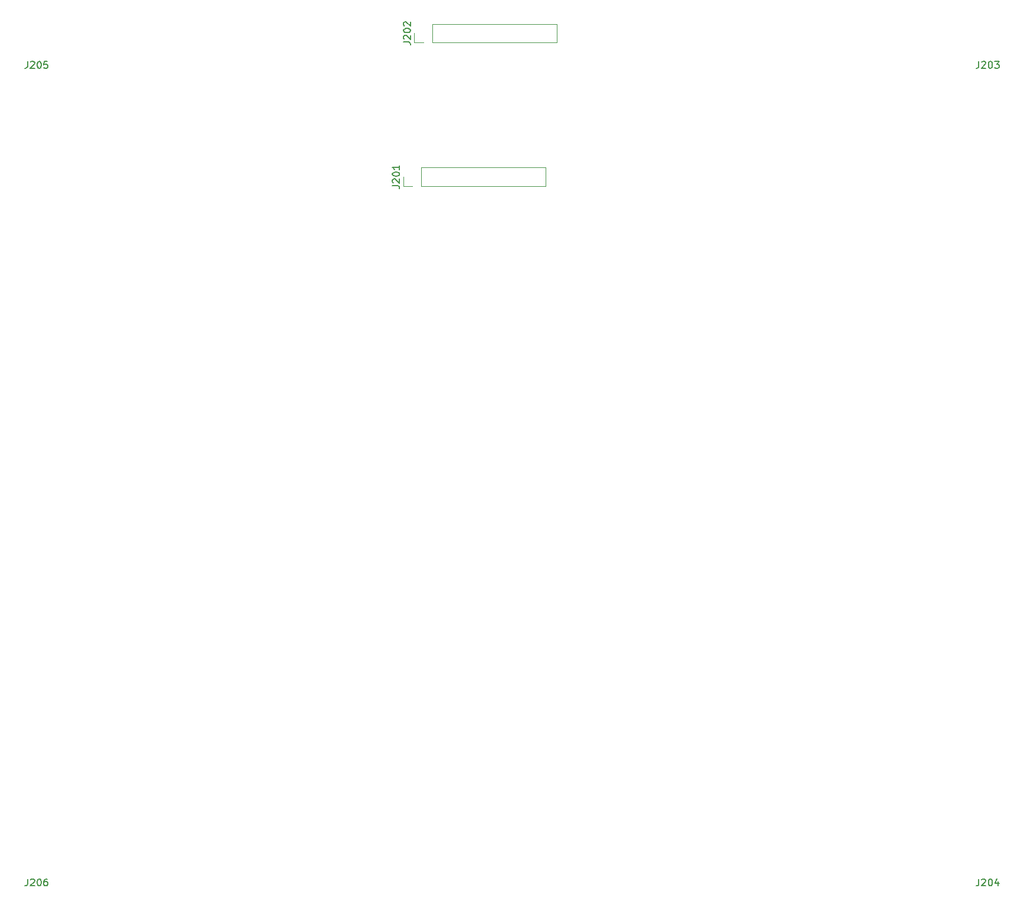
<source format=gbr>
%TF.GenerationSoftware,KiCad,Pcbnew,(6.0.9)*%
%TF.CreationDate,2022-12-06T20:12:41+01:00*%
%TF.ProjectId,tekskey-rounded-num,74656b73-6b65-4792-9d72-6f756e646564,rev?*%
%TF.SameCoordinates,Original*%
%TF.FileFunction,Legend,Top*%
%TF.FilePolarity,Positive*%
%FSLAX46Y46*%
G04 Gerber Fmt 4.6, Leading zero omitted, Abs format (unit mm)*
G04 Created by KiCad (PCBNEW (6.0.9)) date 2022-12-06 20:12:41*
%MOMM*%
%LPD*%
G01*
G04 APERTURE LIST*
%ADD10C,0.150000*%
%ADD11C,0.120000*%
G04 APERTURE END LIST*
D10*
%TO.C,J203*%
X186549285Y-45118630D02*
X186549285Y-45832916D01*
X186501666Y-45975773D01*
X186406428Y-46071011D01*
X186263571Y-46118630D01*
X186168333Y-46118630D01*
X186977857Y-45213869D02*
X187025476Y-45166250D01*
X187120714Y-45118630D01*
X187358809Y-45118630D01*
X187454047Y-45166250D01*
X187501666Y-45213869D01*
X187549285Y-45309107D01*
X187549285Y-45404345D01*
X187501666Y-45547202D01*
X186930238Y-46118630D01*
X187549285Y-46118630D01*
X188168333Y-45118630D02*
X188263571Y-45118630D01*
X188358809Y-45166250D01*
X188406428Y-45213869D01*
X188454047Y-45309107D01*
X188501666Y-45499583D01*
X188501666Y-45737678D01*
X188454047Y-45928154D01*
X188406428Y-46023392D01*
X188358809Y-46071011D01*
X188263571Y-46118630D01*
X188168333Y-46118630D01*
X188073095Y-46071011D01*
X188025476Y-46023392D01*
X187977857Y-45928154D01*
X187930238Y-45737678D01*
X187930238Y-45499583D01*
X187977857Y-45309107D01*
X188025476Y-45213869D01*
X188073095Y-45166250D01*
X188168333Y-45118630D01*
X188835000Y-45118630D02*
X189454047Y-45118630D01*
X189120714Y-45499583D01*
X189263571Y-45499583D01*
X189358809Y-45547202D01*
X189406428Y-45594821D01*
X189454047Y-45690059D01*
X189454047Y-45928154D01*
X189406428Y-46023392D01*
X189358809Y-46071011D01*
X189263571Y-46118630D01*
X188977857Y-46118630D01*
X188882619Y-46071011D01*
X188835000Y-46023392D01*
%TO.C,J202*%
X103994880Y-42358214D02*
X104709166Y-42358214D01*
X104852023Y-42405833D01*
X104947261Y-42501071D01*
X104994880Y-42643928D01*
X104994880Y-42739166D01*
X104090119Y-41929642D02*
X104042500Y-41882023D01*
X103994880Y-41786785D01*
X103994880Y-41548690D01*
X104042500Y-41453452D01*
X104090119Y-41405833D01*
X104185357Y-41358214D01*
X104280595Y-41358214D01*
X104423452Y-41405833D01*
X104994880Y-41977261D01*
X104994880Y-41358214D01*
X103994880Y-40739166D02*
X103994880Y-40643928D01*
X104042500Y-40548690D01*
X104090119Y-40501071D01*
X104185357Y-40453452D01*
X104375833Y-40405833D01*
X104613928Y-40405833D01*
X104804404Y-40453452D01*
X104899642Y-40501071D01*
X104947261Y-40548690D01*
X104994880Y-40643928D01*
X104994880Y-40739166D01*
X104947261Y-40834404D01*
X104899642Y-40882023D01*
X104804404Y-40929642D01*
X104613928Y-40977261D01*
X104375833Y-40977261D01*
X104185357Y-40929642D01*
X104090119Y-40882023D01*
X104042500Y-40834404D01*
X103994880Y-40739166D01*
X104090119Y-40024880D02*
X104042500Y-39977261D01*
X103994880Y-39882023D01*
X103994880Y-39643928D01*
X104042500Y-39548690D01*
X104090119Y-39501071D01*
X104185357Y-39453452D01*
X104280595Y-39453452D01*
X104423452Y-39501071D01*
X104994880Y-40072500D01*
X104994880Y-39453452D01*
%TO.C,J205*%
X50024285Y-45118630D02*
X50024285Y-45832916D01*
X49976666Y-45975773D01*
X49881428Y-46071011D01*
X49738571Y-46118630D01*
X49643333Y-46118630D01*
X50452857Y-45213869D02*
X50500476Y-45166250D01*
X50595714Y-45118630D01*
X50833809Y-45118630D01*
X50929047Y-45166250D01*
X50976666Y-45213869D01*
X51024285Y-45309107D01*
X51024285Y-45404345D01*
X50976666Y-45547202D01*
X50405238Y-46118630D01*
X51024285Y-46118630D01*
X51643333Y-45118630D02*
X51738571Y-45118630D01*
X51833809Y-45166250D01*
X51881428Y-45213869D01*
X51929047Y-45309107D01*
X51976666Y-45499583D01*
X51976666Y-45737678D01*
X51929047Y-45928154D01*
X51881428Y-46023392D01*
X51833809Y-46071011D01*
X51738571Y-46118630D01*
X51643333Y-46118630D01*
X51548095Y-46071011D01*
X51500476Y-46023392D01*
X51452857Y-45928154D01*
X51405238Y-45737678D01*
X51405238Y-45499583D01*
X51452857Y-45309107D01*
X51500476Y-45213869D01*
X51548095Y-45166250D01*
X51643333Y-45118630D01*
X52881428Y-45118630D02*
X52405238Y-45118630D01*
X52357619Y-45594821D01*
X52405238Y-45547202D01*
X52500476Y-45499583D01*
X52738571Y-45499583D01*
X52833809Y-45547202D01*
X52881428Y-45594821D01*
X52929047Y-45690059D01*
X52929047Y-45928154D01*
X52881428Y-46023392D01*
X52833809Y-46071011D01*
X52738571Y-46118630D01*
X52500476Y-46118630D01*
X52405238Y-46071011D01*
X52357619Y-46023392D01*
%TO.C,J201*%
X102407380Y-62995714D02*
X103121666Y-62995714D01*
X103264523Y-63043333D01*
X103359761Y-63138571D01*
X103407380Y-63281428D01*
X103407380Y-63376666D01*
X102502619Y-62567142D02*
X102455000Y-62519523D01*
X102407380Y-62424285D01*
X102407380Y-62186190D01*
X102455000Y-62090952D01*
X102502619Y-62043333D01*
X102597857Y-61995714D01*
X102693095Y-61995714D01*
X102835952Y-62043333D01*
X103407380Y-62614761D01*
X103407380Y-61995714D01*
X102407380Y-61376666D02*
X102407380Y-61281428D01*
X102455000Y-61186190D01*
X102502619Y-61138571D01*
X102597857Y-61090952D01*
X102788333Y-61043333D01*
X103026428Y-61043333D01*
X103216904Y-61090952D01*
X103312142Y-61138571D01*
X103359761Y-61186190D01*
X103407380Y-61281428D01*
X103407380Y-61376666D01*
X103359761Y-61471904D01*
X103312142Y-61519523D01*
X103216904Y-61567142D01*
X103026428Y-61614761D01*
X102788333Y-61614761D01*
X102597857Y-61567142D01*
X102502619Y-61519523D01*
X102455000Y-61471904D01*
X102407380Y-61376666D01*
X103407380Y-60090952D02*
X103407380Y-60662380D01*
X103407380Y-60376666D02*
X102407380Y-60376666D01*
X102550238Y-60471904D01*
X102645476Y-60567142D01*
X102693095Y-60662380D01*
%TO.C,J204*%
X186549285Y-162593630D02*
X186549285Y-163307916D01*
X186501666Y-163450773D01*
X186406428Y-163546011D01*
X186263571Y-163593630D01*
X186168333Y-163593630D01*
X186977857Y-162688869D02*
X187025476Y-162641250D01*
X187120714Y-162593630D01*
X187358809Y-162593630D01*
X187454047Y-162641250D01*
X187501666Y-162688869D01*
X187549285Y-162784107D01*
X187549285Y-162879345D01*
X187501666Y-163022202D01*
X186930238Y-163593630D01*
X187549285Y-163593630D01*
X188168333Y-162593630D02*
X188263571Y-162593630D01*
X188358809Y-162641250D01*
X188406428Y-162688869D01*
X188454047Y-162784107D01*
X188501666Y-162974583D01*
X188501666Y-163212678D01*
X188454047Y-163403154D01*
X188406428Y-163498392D01*
X188358809Y-163546011D01*
X188263571Y-163593630D01*
X188168333Y-163593630D01*
X188073095Y-163546011D01*
X188025476Y-163498392D01*
X187977857Y-163403154D01*
X187930238Y-163212678D01*
X187930238Y-162974583D01*
X187977857Y-162784107D01*
X188025476Y-162688869D01*
X188073095Y-162641250D01*
X188168333Y-162593630D01*
X189358809Y-162926964D02*
X189358809Y-163593630D01*
X189120714Y-162546011D02*
X188882619Y-163260297D01*
X189501666Y-163260297D01*
%TO.C,J206*%
X50024285Y-162593630D02*
X50024285Y-163307916D01*
X49976666Y-163450773D01*
X49881428Y-163546011D01*
X49738571Y-163593630D01*
X49643333Y-163593630D01*
X50452857Y-162688869D02*
X50500476Y-162641250D01*
X50595714Y-162593630D01*
X50833809Y-162593630D01*
X50929047Y-162641250D01*
X50976666Y-162688869D01*
X51024285Y-162784107D01*
X51024285Y-162879345D01*
X50976666Y-163022202D01*
X50405238Y-163593630D01*
X51024285Y-163593630D01*
X51643333Y-162593630D02*
X51738571Y-162593630D01*
X51833809Y-162641250D01*
X51881428Y-162688869D01*
X51929047Y-162784107D01*
X51976666Y-162974583D01*
X51976666Y-163212678D01*
X51929047Y-163403154D01*
X51881428Y-163498392D01*
X51833809Y-163546011D01*
X51738571Y-163593630D01*
X51643333Y-163593630D01*
X51548095Y-163546011D01*
X51500476Y-163498392D01*
X51452857Y-163403154D01*
X51405238Y-163212678D01*
X51405238Y-162974583D01*
X51452857Y-162784107D01*
X51500476Y-162688869D01*
X51548095Y-162641250D01*
X51643333Y-162593630D01*
X52833809Y-162593630D02*
X52643333Y-162593630D01*
X52548095Y-162641250D01*
X52500476Y-162688869D01*
X52405238Y-162831726D01*
X52357619Y-163022202D01*
X52357619Y-163403154D01*
X52405238Y-163498392D01*
X52452857Y-163546011D01*
X52548095Y-163593630D01*
X52738571Y-163593630D01*
X52833809Y-163546011D01*
X52881428Y-163498392D01*
X52929047Y-163403154D01*
X52929047Y-163165059D01*
X52881428Y-163069821D01*
X52833809Y-163022202D01*
X52738571Y-162974583D01*
X52548095Y-162974583D01*
X52452857Y-163022202D01*
X52405238Y-163069821D01*
X52357619Y-163165059D01*
D11*
%TO.C,J202*%
X125982500Y-42402500D02*
X125982500Y-39742500D01*
X108142500Y-42402500D02*
X125982500Y-42402500D01*
X108142500Y-39742500D02*
X125982500Y-39742500D01*
X106872500Y-42402500D02*
X105542500Y-42402500D01*
X105542500Y-42402500D02*
X105542500Y-41072500D01*
X108142500Y-42402500D02*
X108142500Y-39742500D01*
%TO.C,J201*%
X106555000Y-60380000D02*
X124395000Y-60380000D01*
X105285000Y-63040000D02*
X103955000Y-63040000D01*
X103955000Y-63040000D02*
X103955000Y-61710000D01*
X106555000Y-63040000D02*
X124395000Y-63040000D01*
X124395000Y-63040000D02*
X124395000Y-60380000D01*
X106555000Y-63040000D02*
X106555000Y-60380000D01*
%TD*%
M02*

</source>
